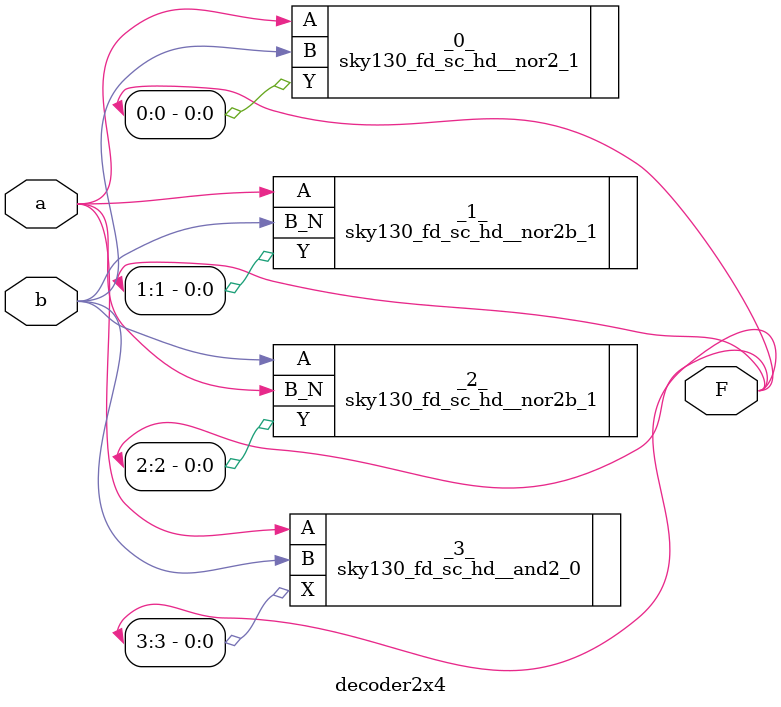
<source format=v>
/* Generated by Yosys 0.33 (git sha1 2584903a060) */

/* top =  1  */
/* src = "decoder2x4.v:1.1-6.10" */
module decoder2x4(a, b, F);
  /* src = "decoder2x4.v:1.46-1.47" */
  output [3:0] F;
  wire [3:0] F;
  /* src = "decoder2x4.v:1.25-1.26" */
  input a;
  wire a;
  /* src = "decoder2x4.v:1.29-1.30" */
  input b;
  wire b;
  sky130_fd_sc_hd__nor2_1 _0_ (
    .A(a),
    .B(b),
    .Y(F[0])
  );
  sky130_fd_sc_hd__nor2b_1 _1_ (
    .A(a),
    .B_N(b),
    .Y(F[1])
  );
  sky130_fd_sc_hd__nor2b_1 _2_ (
    .A(b),
    .B_N(a),
    .Y(F[2])
  );
  sky130_fd_sc_hd__and2_0 _3_ (
    .A(a),
    .B(b),
    .X(F[3])
  );
endmodule

</source>
